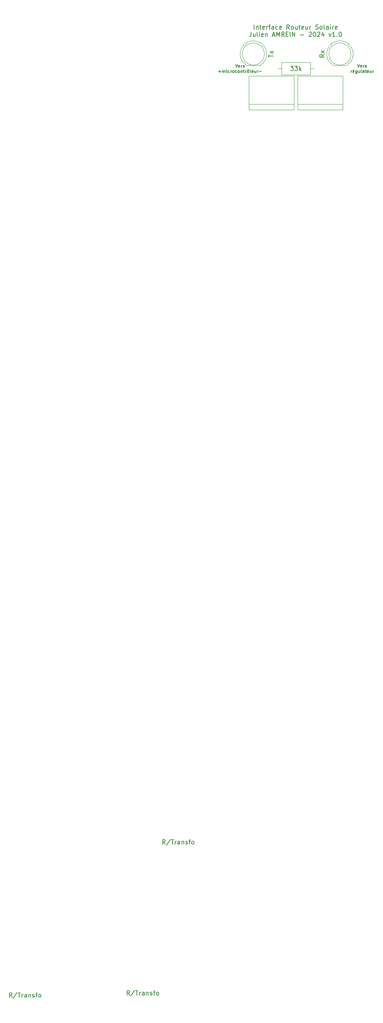
<source format=gto>
G04 #@! TF.GenerationSoftware,KiCad,Pcbnew,5.0.2+dfsg1-1+deb10u1*
G04 #@! TF.CreationDate,2023-11-21T23:16:01+01:00*
G04 #@! TF.ProjectId,Carte _lectronique pilotage variateur,43617274-6520-4e96-9c65-6374726f6e69,rev?*
G04 #@! TF.SameCoordinates,Original*
G04 #@! TF.FileFunction,Legend,Top*
G04 #@! TF.FilePolarity,Positive*
%FSLAX46Y46*%
G04 Gerber Fmt 4.6, Leading zero omitted, Abs format (unit mm)*
G04 Created by KiCad (PCBNEW 5.0.2+dfsg1-1+deb10u1) date mar. 21 nov. 2023 23:16:01 CET*
%MOMM*%
%LPD*%
G01*
G04 APERTURE LIST*
%ADD10C,0.150000*%
%ADD11C,0.120000*%
G04 APERTURE END LIST*
D10*
X185466666Y-92516666D02*
X185700000Y-93216666D01*
X185933333Y-92516666D01*
X186433333Y-93183333D02*
X186366666Y-93216666D01*
X186233333Y-93216666D01*
X186166666Y-93183333D01*
X186133333Y-93116666D01*
X186133333Y-92850000D01*
X186166666Y-92783333D01*
X186233333Y-92750000D01*
X186366666Y-92750000D01*
X186433333Y-92783333D01*
X186466666Y-92850000D01*
X186466666Y-92916666D01*
X186133333Y-92983333D01*
X186766666Y-93216666D02*
X186766666Y-92750000D01*
X186766666Y-92883333D02*
X186800000Y-92816666D01*
X186833333Y-92783333D01*
X186900000Y-92750000D01*
X186966666Y-92750000D01*
X187166666Y-93183333D02*
X187233333Y-93216666D01*
X187366666Y-93216666D01*
X187433333Y-93183333D01*
X187466666Y-93116666D01*
X187466666Y-93083333D01*
X187433333Y-93016666D01*
X187366666Y-92983333D01*
X187266666Y-92983333D01*
X187200000Y-92950000D01*
X187166666Y-92883333D01*
X187166666Y-92850000D01*
X187200000Y-92783333D01*
X187266666Y-92750000D01*
X187366666Y-92750000D01*
X187433333Y-92783333D01*
X183983333Y-94416666D02*
X183983333Y-93950000D01*
X183983333Y-94083333D02*
X184016666Y-94016666D01*
X184050000Y-93983333D01*
X184116666Y-93950000D01*
X184183333Y-93950000D01*
X184683333Y-94383333D02*
X184616666Y-94416666D01*
X184483333Y-94416666D01*
X184416666Y-94383333D01*
X184383333Y-94316666D01*
X184383333Y-94050000D01*
X184416666Y-93983333D01*
X184483333Y-93950000D01*
X184616666Y-93950000D01*
X184683333Y-93983333D01*
X184716666Y-94050000D01*
X184716666Y-94116666D01*
X184383333Y-94183333D01*
X184616666Y-93683333D02*
X184516666Y-93783333D01*
X185316666Y-93950000D02*
X185316666Y-94516666D01*
X185283333Y-94583333D01*
X185250000Y-94616666D01*
X185183333Y-94650000D01*
X185083333Y-94650000D01*
X185016666Y-94616666D01*
X185316666Y-94383333D02*
X185250000Y-94416666D01*
X185116666Y-94416666D01*
X185050000Y-94383333D01*
X185016666Y-94350000D01*
X184983333Y-94283333D01*
X184983333Y-94083333D01*
X185016666Y-94016666D01*
X185050000Y-93983333D01*
X185116666Y-93950000D01*
X185250000Y-93950000D01*
X185316666Y-93983333D01*
X185950000Y-93950000D02*
X185950000Y-94416666D01*
X185650000Y-93950000D02*
X185650000Y-94316666D01*
X185683333Y-94383333D01*
X185750000Y-94416666D01*
X185850000Y-94416666D01*
X185916666Y-94383333D01*
X185950000Y-94350000D01*
X186383333Y-94416666D02*
X186316666Y-94383333D01*
X186283333Y-94316666D01*
X186283333Y-93716666D01*
X186950000Y-94416666D02*
X186950000Y-94050000D01*
X186916666Y-93983333D01*
X186850000Y-93950000D01*
X186716666Y-93950000D01*
X186650000Y-93983333D01*
X186950000Y-94383333D02*
X186883333Y-94416666D01*
X186716666Y-94416666D01*
X186650000Y-94383333D01*
X186616666Y-94316666D01*
X186616666Y-94250000D01*
X186650000Y-94183333D01*
X186716666Y-94150000D01*
X186883333Y-94150000D01*
X186950000Y-94116666D01*
X187183333Y-93950000D02*
X187450000Y-93950000D01*
X187283333Y-93716666D02*
X187283333Y-94316666D01*
X187316666Y-94383333D01*
X187383333Y-94416666D01*
X187450000Y-94416666D01*
X187950000Y-94383333D02*
X187883333Y-94416666D01*
X187750000Y-94416666D01*
X187683333Y-94383333D01*
X187650000Y-94316666D01*
X187650000Y-94050000D01*
X187683333Y-93983333D01*
X187750000Y-93950000D01*
X187883333Y-93950000D01*
X187950000Y-93983333D01*
X187983333Y-94050000D01*
X187983333Y-94116666D01*
X187650000Y-94183333D01*
X188583333Y-93950000D02*
X188583333Y-94416666D01*
X188283333Y-93950000D02*
X188283333Y-94316666D01*
X188316666Y-94383333D01*
X188383333Y-94416666D01*
X188483333Y-94416666D01*
X188550000Y-94383333D01*
X188583333Y-94350000D01*
X188916666Y-94416666D02*
X188916666Y-93950000D01*
X188916666Y-94083333D02*
X188950000Y-94016666D01*
X188983333Y-93983333D01*
X189050000Y-93950000D01*
X189116666Y-93950000D01*
X157966666Y-92516666D02*
X158200000Y-93216666D01*
X158433333Y-92516666D01*
X158933333Y-93183333D02*
X158866666Y-93216666D01*
X158733333Y-93216666D01*
X158666666Y-93183333D01*
X158633333Y-93116666D01*
X158633333Y-92850000D01*
X158666666Y-92783333D01*
X158733333Y-92750000D01*
X158866666Y-92750000D01*
X158933333Y-92783333D01*
X158966666Y-92850000D01*
X158966666Y-92916666D01*
X158633333Y-92983333D01*
X159266666Y-93216666D02*
X159266666Y-92750000D01*
X159266666Y-92883333D02*
X159300000Y-92816666D01*
X159333333Y-92783333D01*
X159400000Y-92750000D01*
X159466666Y-92750000D01*
X159666666Y-93183333D02*
X159733333Y-93216666D01*
X159866666Y-93216666D01*
X159933333Y-93183333D01*
X159966666Y-93116666D01*
X159966666Y-93083333D01*
X159933333Y-93016666D01*
X159866666Y-92983333D01*
X159766666Y-92983333D01*
X159700000Y-92950000D01*
X159666666Y-92883333D01*
X159666666Y-92850000D01*
X159700000Y-92783333D01*
X159766666Y-92750000D01*
X159866666Y-92750000D01*
X159933333Y-92783333D01*
X154150000Y-94150000D02*
X154683333Y-94150000D01*
X154416666Y-94416666D02*
X154416666Y-93883333D01*
X155016666Y-94416666D02*
X155016666Y-93950000D01*
X155016666Y-94016666D02*
X155050000Y-93983333D01*
X155116666Y-93950000D01*
X155216666Y-93950000D01*
X155283333Y-93983333D01*
X155316666Y-94050000D01*
X155316666Y-94416666D01*
X155316666Y-94050000D02*
X155350000Y-93983333D01*
X155416666Y-93950000D01*
X155516666Y-93950000D01*
X155583333Y-93983333D01*
X155616666Y-94050000D01*
X155616666Y-94416666D01*
X155950000Y-94416666D02*
X155950000Y-93950000D01*
X155950000Y-93716666D02*
X155916666Y-93750000D01*
X155950000Y-93783333D01*
X155983333Y-93750000D01*
X155950000Y-93716666D01*
X155950000Y-93783333D01*
X156583333Y-94383333D02*
X156516666Y-94416666D01*
X156383333Y-94416666D01*
X156316666Y-94383333D01*
X156283333Y-94350000D01*
X156250000Y-94283333D01*
X156250000Y-94083333D01*
X156283333Y-94016666D01*
X156316666Y-93983333D01*
X156383333Y-93950000D01*
X156516666Y-93950000D01*
X156583333Y-93983333D01*
X156883333Y-94416666D02*
X156883333Y-93950000D01*
X156883333Y-94083333D02*
X156916666Y-94016666D01*
X156950000Y-93983333D01*
X157016666Y-93950000D01*
X157083333Y-93950000D01*
X157416666Y-94416666D02*
X157350000Y-94383333D01*
X157316666Y-94350000D01*
X157283333Y-94283333D01*
X157283333Y-94083333D01*
X157316666Y-94016666D01*
X157350000Y-93983333D01*
X157416666Y-93950000D01*
X157516666Y-93950000D01*
X157583333Y-93983333D01*
X157616666Y-94016666D01*
X157650000Y-94083333D01*
X157650000Y-94283333D01*
X157616666Y-94350000D01*
X157583333Y-94383333D01*
X157516666Y-94416666D01*
X157416666Y-94416666D01*
X158250000Y-94383333D02*
X158183333Y-94416666D01*
X158050000Y-94416666D01*
X157983333Y-94383333D01*
X157950000Y-94350000D01*
X157916666Y-94283333D01*
X157916666Y-94083333D01*
X157950000Y-94016666D01*
X157983333Y-93983333D01*
X158050000Y-93950000D01*
X158183333Y-93950000D01*
X158250000Y-93983333D01*
X158650000Y-94416666D02*
X158583333Y-94383333D01*
X158550000Y-94350000D01*
X158516666Y-94283333D01*
X158516666Y-94083333D01*
X158550000Y-94016666D01*
X158583333Y-93983333D01*
X158650000Y-93950000D01*
X158750000Y-93950000D01*
X158816666Y-93983333D01*
X158850000Y-94016666D01*
X158883333Y-94083333D01*
X158883333Y-94283333D01*
X158850000Y-94350000D01*
X158816666Y-94383333D01*
X158750000Y-94416666D01*
X158650000Y-94416666D01*
X159183333Y-93950000D02*
X159183333Y-94416666D01*
X159183333Y-94016666D02*
X159216666Y-93983333D01*
X159283333Y-93950000D01*
X159383333Y-93950000D01*
X159450000Y-93983333D01*
X159483333Y-94050000D01*
X159483333Y-94416666D01*
X159716666Y-93950000D02*
X159983333Y-93950000D01*
X159816666Y-93716666D02*
X159816666Y-94316666D01*
X159850000Y-94383333D01*
X159916666Y-94416666D01*
X159983333Y-94416666D01*
X160216666Y-94416666D02*
X160216666Y-93950000D01*
X160216666Y-94083333D02*
X160250000Y-94016666D01*
X160283333Y-93983333D01*
X160350000Y-93950000D01*
X160416666Y-93950000D01*
X160750000Y-94416666D02*
X160683333Y-94383333D01*
X160650000Y-94350000D01*
X160616666Y-94283333D01*
X160616666Y-94083333D01*
X160650000Y-94016666D01*
X160683333Y-93983333D01*
X160750000Y-93950000D01*
X160850000Y-93950000D01*
X160916666Y-93983333D01*
X160950000Y-94016666D01*
X160983333Y-94083333D01*
X160983333Y-94283333D01*
X160950000Y-94350000D01*
X160916666Y-94383333D01*
X160850000Y-94416666D01*
X160750000Y-94416666D01*
X160683333Y-93783333D02*
X160816666Y-93683333D01*
X160950000Y-93783333D01*
X161383333Y-94416666D02*
X161316666Y-94383333D01*
X161283333Y-94316666D01*
X161283333Y-93716666D01*
X161916666Y-94383333D02*
X161850000Y-94416666D01*
X161716666Y-94416666D01*
X161650000Y-94383333D01*
X161616666Y-94316666D01*
X161616666Y-94050000D01*
X161650000Y-93983333D01*
X161716666Y-93950000D01*
X161850000Y-93950000D01*
X161916666Y-93983333D01*
X161950000Y-94050000D01*
X161950000Y-94116666D01*
X161616666Y-94183333D01*
X162550000Y-93950000D02*
X162550000Y-94416666D01*
X162250000Y-93950000D02*
X162250000Y-94316666D01*
X162283333Y-94383333D01*
X162350000Y-94416666D01*
X162450000Y-94416666D01*
X162516666Y-94383333D01*
X162550000Y-94350000D01*
X162883333Y-94416666D02*
X162883333Y-93950000D01*
X162883333Y-94083333D02*
X162916666Y-94016666D01*
X162950000Y-93983333D01*
X163016666Y-93950000D01*
X163083333Y-93950000D01*
X163316666Y-94150000D02*
X163850000Y-94150000D01*
X162166666Y-84627380D02*
X162166666Y-83627380D01*
X162642857Y-83960714D02*
X162642857Y-84627380D01*
X162642857Y-84055952D02*
X162690476Y-84008333D01*
X162785714Y-83960714D01*
X162928571Y-83960714D01*
X163023809Y-84008333D01*
X163071428Y-84103571D01*
X163071428Y-84627380D01*
X163404761Y-83960714D02*
X163785714Y-83960714D01*
X163547619Y-83627380D02*
X163547619Y-84484523D01*
X163595238Y-84579761D01*
X163690476Y-84627380D01*
X163785714Y-84627380D01*
X164500000Y-84579761D02*
X164404761Y-84627380D01*
X164214285Y-84627380D01*
X164119047Y-84579761D01*
X164071428Y-84484523D01*
X164071428Y-84103571D01*
X164119047Y-84008333D01*
X164214285Y-83960714D01*
X164404761Y-83960714D01*
X164500000Y-84008333D01*
X164547619Y-84103571D01*
X164547619Y-84198809D01*
X164071428Y-84294047D01*
X164976190Y-84627380D02*
X164976190Y-83960714D01*
X164976190Y-84151190D02*
X165023809Y-84055952D01*
X165071428Y-84008333D01*
X165166666Y-83960714D01*
X165261904Y-83960714D01*
X165452380Y-83960714D02*
X165833333Y-83960714D01*
X165595238Y-84627380D02*
X165595238Y-83770238D01*
X165642857Y-83675000D01*
X165738095Y-83627380D01*
X165833333Y-83627380D01*
X166595238Y-84627380D02*
X166595238Y-84103571D01*
X166547619Y-84008333D01*
X166452380Y-83960714D01*
X166261904Y-83960714D01*
X166166666Y-84008333D01*
X166595238Y-84579761D02*
X166500000Y-84627380D01*
X166261904Y-84627380D01*
X166166666Y-84579761D01*
X166119047Y-84484523D01*
X166119047Y-84389285D01*
X166166666Y-84294047D01*
X166261904Y-84246428D01*
X166500000Y-84246428D01*
X166595238Y-84198809D01*
X167500000Y-84579761D02*
X167404761Y-84627380D01*
X167214285Y-84627380D01*
X167119047Y-84579761D01*
X167071428Y-84532142D01*
X167023809Y-84436904D01*
X167023809Y-84151190D01*
X167071428Y-84055952D01*
X167119047Y-84008333D01*
X167214285Y-83960714D01*
X167404761Y-83960714D01*
X167500000Y-84008333D01*
X168309523Y-84579761D02*
X168214285Y-84627380D01*
X168023809Y-84627380D01*
X167928571Y-84579761D01*
X167880952Y-84484523D01*
X167880952Y-84103571D01*
X167928571Y-84008333D01*
X168023809Y-83960714D01*
X168214285Y-83960714D01*
X168309523Y-84008333D01*
X168357142Y-84103571D01*
X168357142Y-84198809D01*
X167880952Y-84294047D01*
X170119047Y-84627380D02*
X169785714Y-84151190D01*
X169547619Y-84627380D02*
X169547619Y-83627380D01*
X169928571Y-83627380D01*
X170023809Y-83675000D01*
X170071428Y-83722619D01*
X170119047Y-83817857D01*
X170119047Y-83960714D01*
X170071428Y-84055952D01*
X170023809Y-84103571D01*
X169928571Y-84151190D01*
X169547619Y-84151190D01*
X170690476Y-84627380D02*
X170595238Y-84579761D01*
X170547619Y-84532142D01*
X170500000Y-84436904D01*
X170500000Y-84151190D01*
X170547619Y-84055952D01*
X170595238Y-84008333D01*
X170690476Y-83960714D01*
X170833333Y-83960714D01*
X170928571Y-84008333D01*
X170976190Y-84055952D01*
X171023809Y-84151190D01*
X171023809Y-84436904D01*
X170976190Y-84532142D01*
X170928571Y-84579761D01*
X170833333Y-84627380D01*
X170690476Y-84627380D01*
X171880952Y-83960714D02*
X171880952Y-84627380D01*
X171452380Y-83960714D02*
X171452380Y-84484523D01*
X171500000Y-84579761D01*
X171595238Y-84627380D01*
X171738095Y-84627380D01*
X171833333Y-84579761D01*
X171880952Y-84532142D01*
X172214285Y-83960714D02*
X172595238Y-83960714D01*
X172357142Y-83627380D02*
X172357142Y-84484523D01*
X172404761Y-84579761D01*
X172500000Y-84627380D01*
X172595238Y-84627380D01*
X173309523Y-84579761D02*
X173214285Y-84627380D01*
X173023809Y-84627380D01*
X172928571Y-84579761D01*
X172880952Y-84484523D01*
X172880952Y-84103571D01*
X172928571Y-84008333D01*
X173023809Y-83960714D01*
X173214285Y-83960714D01*
X173309523Y-84008333D01*
X173357142Y-84103571D01*
X173357142Y-84198809D01*
X172880952Y-84294047D01*
X174214285Y-83960714D02*
X174214285Y-84627380D01*
X173785714Y-83960714D02*
X173785714Y-84484523D01*
X173833333Y-84579761D01*
X173928571Y-84627380D01*
X174071428Y-84627380D01*
X174166666Y-84579761D01*
X174214285Y-84532142D01*
X174690476Y-84627380D02*
X174690476Y-83960714D01*
X174690476Y-84151190D02*
X174738095Y-84055952D01*
X174785714Y-84008333D01*
X174880952Y-83960714D01*
X174976190Y-83960714D01*
X176023809Y-84579761D02*
X176166666Y-84627380D01*
X176404761Y-84627380D01*
X176500000Y-84579761D01*
X176547619Y-84532142D01*
X176595238Y-84436904D01*
X176595238Y-84341666D01*
X176547619Y-84246428D01*
X176500000Y-84198809D01*
X176404761Y-84151190D01*
X176214285Y-84103571D01*
X176119047Y-84055952D01*
X176071428Y-84008333D01*
X176023809Y-83913095D01*
X176023809Y-83817857D01*
X176071428Y-83722619D01*
X176119047Y-83675000D01*
X176214285Y-83627380D01*
X176452380Y-83627380D01*
X176595238Y-83675000D01*
X177166666Y-84627380D02*
X177071428Y-84579761D01*
X177023809Y-84532142D01*
X176976190Y-84436904D01*
X176976190Y-84151190D01*
X177023809Y-84055952D01*
X177071428Y-84008333D01*
X177166666Y-83960714D01*
X177309523Y-83960714D01*
X177404761Y-84008333D01*
X177452380Y-84055952D01*
X177500000Y-84151190D01*
X177500000Y-84436904D01*
X177452380Y-84532142D01*
X177404761Y-84579761D01*
X177309523Y-84627380D01*
X177166666Y-84627380D01*
X178071428Y-84627380D02*
X177976190Y-84579761D01*
X177928571Y-84484523D01*
X177928571Y-83627380D01*
X178880952Y-84627380D02*
X178880952Y-84103571D01*
X178833333Y-84008333D01*
X178738095Y-83960714D01*
X178547619Y-83960714D01*
X178452380Y-84008333D01*
X178880952Y-84579761D02*
X178785714Y-84627380D01*
X178547619Y-84627380D01*
X178452380Y-84579761D01*
X178404761Y-84484523D01*
X178404761Y-84389285D01*
X178452380Y-84294047D01*
X178547619Y-84246428D01*
X178785714Y-84246428D01*
X178880952Y-84198809D01*
X179357142Y-84627380D02*
X179357142Y-83960714D01*
X179357142Y-83627380D02*
X179309523Y-83675000D01*
X179357142Y-83722619D01*
X179404761Y-83675000D01*
X179357142Y-83627380D01*
X179357142Y-83722619D01*
X179833333Y-84627380D02*
X179833333Y-83960714D01*
X179833333Y-84151190D02*
X179880952Y-84055952D01*
X179928571Y-84008333D01*
X180023809Y-83960714D01*
X180119047Y-83960714D01*
X180833333Y-84579761D02*
X180738095Y-84627380D01*
X180547619Y-84627380D01*
X180452380Y-84579761D01*
X180404761Y-84484523D01*
X180404761Y-84103571D01*
X180452380Y-84008333D01*
X180547619Y-83960714D01*
X180738095Y-83960714D01*
X180833333Y-84008333D01*
X180880952Y-84103571D01*
X180880952Y-84198809D01*
X180404761Y-84294047D01*
X161476190Y-85277380D02*
X161476190Y-85991666D01*
X161428571Y-86134523D01*
X161333333Y-86229761D01*
X161190476Y-86277380D01*
X161095238Y-86277380D01*
X162380952Y-85610714D02*
X162380952Y-86277380D01*
X161952380Y-85610714D02*
X161952380Y-86134523D01*
X162000000Y-86229761D01*
X162095238Y-86277380D01*
X162238095Y-86277380D01*
X162333333Y-86229761D01*
X162380952Y-86182142D01*
X163000000Y-86277380D02*
X162904761Y-86229761D01*
X162857142Y-86134523D01*
X162857142Y-85277380D01*
X163380952Y-86277380D02*
X163380952Y-85610714D01*
X163380952Y-85277380D02*
X163333333Y-85325000D01*
X163380952Y-85372619D01*
X163428571Y-85325000D01*
X163380952Y-85277380D01*
X163380952Y-85372619D01*
X164238095Y-86229761D02*
X164142857Y-86277380D01*
X163952380Y-86277380D01*
X163857142Y-86229761D01*
X163809523Y-86134523D01*
X163809523Y-85753571D01*
X163857142Y-85658333D01*
X163952380Y-85610714D01*
X164142857Y-85610714D01*
X164238095Y-85658333D01*
X164285714Y-85753571D01*
X164285714Y-85848809D01*
X163809523Y-85944047D01*
X164714285Y-85610714D02*
X164714285Y-86277380D01*
X164714285Y-85705952D02*
X164761904Y-85658333D01*
X164857142Y-85610714D01*
X165000000Y-85610714D01*
X165095238Y-85658333D01*
X165142857Y-85753571D01*
X165142857Y-86277380D01*
X166333333Y-85991666D02*
X166809523Y-85991666D01*
X166238095Y-86277380D02*
X166571428Y-85277380D01*
X166904761Y-86277380D01*
X167238095Y-86277380D02*
X167238095Y-85277380D01*
X167571428Y-85991666D01*
X167904761Y-85277380D01*
X167904761Y-86277380D01*
X168952380Y-86277380D02*
X168619047Y-85801190D01*
X168380952Y-86277380D02*
X168380952Y-85277380D01*
X168761904Y-85277380D01*
X168857142Y-85325000D01*
X168904761Y-85372619D01*
X168952380Y-85467857D01*
X168952380Y-85610714D01*
X168904761Y-85705952D01*
X168857142Y-85753571D01*
X168761904Y-85801190D01*
X168380952Y-85801190D01*
X169380952Y-85753571D02*
X169714285Y-85753571D01*
X169857142Y-86277380D02*
X169380952Y-86277380D01*
X169380952Y-85277380D01*
X169857142Y-85277380D01*
X170285714Y-86277380D02*
X170285714Y-85277380D01*
X170761904Y-86277380D02*
X170761904Y-85277380D01*
X171333333Y-86277380D01*
X171333333Y-85277380D01*
X172571428Y-85896428D02*
X173333333Y-85896428D01*
X174523809Y-85372619D02*
X174571428Y-85325000D01*
X174666666Y-85277380D01*
X174904761Y-85277380D01*
X175000000Y-85325000D01*
X175047619Y-85372619D01*
X175095238Y-85467857D01*
X175095238Y-85563095D01*
X175047619Y-85705952D01*
X174476190Y-86277380D01*
X175095238Y-86277380D01*
X175714285Y-85277380D02*
X175809523Y-85277380D01*
X175904761Y-85325000D01*
X175952380Y-85372619D01*
X176000000Y-85467857D01*
X176047619Y-85658333D01*
X176047619Y-85896428D01*
X176000000Y-86086904D01*
X175952380Y-86182142D01*
X175904761Y-86229761D01*
X175809523Y-86277380D01*
X175714285Y-86277380D01*
X175619047Y-86229761D01*
X175571428Y-86182142D01*
X175523809Y-86086904D01*
X175476190Y-85896428D01*
X175476190Y-85658333D01*
X175523809Y-85467857D01*
X175571428Y-85372619D01*
X175619047Y-85325000D01*
X175714285Y-85277380D01*
X176428571Y-85372619D02*
X176476190Y-85325000D01*
X176571428Y-85277380D01*
X176809523Y-85277380D01*
X176904761Y-85325000D01*
X176952380Y-85372619D01*
X177000000Y-85467857D01*
X177000000Y-85563095D01*
X176952380Y-85705952D01*
X176380952Y-86277380D01*
X177000000Y-86277380D01*
X177857142Y-85610714D02*
X177857142Y-86277380D01*
X177619047Y-85229761D02*
X177380952Y-85944047D01*
X178000000Y-85944047D01*
X179047619Y-85610714D02*
X179285714Y-86277380D01*
X179523809Y-85610714D01*
X180428571Y-86277380D02*
X179857142Y-86277380D01*
X180142857Y-86277380D02*
X180142857Y-85277380D01*
X180047619Y-85420238D01*
X179952380Y-85515476D01*
X179857142Y-85563095D01*
X180857142Y-86182142D02*
X180904761Y-86229761D01*
X180857142Y-86277380D01*
X180809523Y-86229761D01*
X180857142Y-86182142D01*
X180857142Y-86277380D01*
X181523809Y-85277380D02*
X181619047Y-85277380D01*
X181714285Y-85325000D01*
X181761904Y-85372619D01*
X181809523Y-85467857D01*
X181857142Y-85658333D01*
X181857142Y-85896428D01*
X181809523Y-86086904D01*
X181761904Y-86182142D01*
X181714285Y-86229761D01*
X181619047Y-86277380D01*
X181523809Y-86277380D01*
X181428571Y-86229761D01*
X181380952Y-86182142D01*
X181333333Y-86086904D01*
X181285714Y-85896428D01*
X181285714Y-85658333D01*
X181333333Y-85467857D01*
X181380952Y-85372619D01*
X181428571Y-85325000D01*
X181523809Y-85277380D01*
D11*
G04 #@! TO.C,Rx*
X181500462Y-87240000D02*
G75*
G03X179955170Y-92790000I-462J-2990000D01*
G01*
X181499538Y-87240000D02*
G75*
G02X183044830Y-92790000I462J-2990000D01*
G01*
X184000000Y-90230000D02*
G75*
G03X184000000Y-90230000I-2500000J0D01*
G01*
X179955000Y-92790000D02*
X183045000Y-92790000D01*
G04 #@! TO.C,*
X160960000Y-102810000D02*
X171120000Y-102810000D01*
X160960000Y-95190000D02*
X160960000Y-102810000D01*
X171120000Y-95190000D02*
X160960000Y-95190000D01*
X171120000Y-102810000D02*
X171120000Y-95190000D01*
X171120000Y-101540000D02*
X160960000Y-101540000D01*
X182120000Y-101540000D02*
X171960000Y-101540000D01*
X182120000Y-102810000D02*
X182120000Y-95190000D01*
X182120000Y-95190000D02*
X171960000Y-95190000D01*
X171960000Y-95190000D02*
X171960000Y-102810000D01*
X171960000Y-102810000D02*
X182120000Y-102810000D01*
G04 #@! TO.C,33k*
X168310000Y-92130000D02*
X168310000Y-94870000D01*
X168310000Y-94870000D02*
X174850000Y-94870000D01*
X174850000Y-94870000D02*
X174850000Y-92130000D01*
X174850000Y-92130000D02*
X168310000Y-92130000D01*
X167540000Y-93500000D02*
X168310000Y-93500000D01*
X175620000Y-93500000D02*
X174850000Y-93500000D01*
G04 #@! TO.C,Tx*
X160455000Y-92790000D02*
X163545000Y-92790000D01*
X164500000Y-90230000D02*
G75*
G03X164500000Y-90230000I-2500000J0D01*
G01*
X161999538Y-87240000D02*
G75*
G02X163544830Y-92790000I462J-2990000D01*
G01*
X162000462Y-87240000D02*
G75*
G03X160455170Y-92790000I-462J-2990000D01*
G01*
G04 #@! TO.C,*
D10*
G04 #@! TO.C,Rx*
X177952380Y-90325238D02*
X177476190Y-90658571D01*
X177952380Y-90896666D02*
X176952380Y-90896666D01*
X176952380Y-90515714D01*
X177000000Y-90420476D01*
X177047619Y-90372857D01*
X177142857Y-90325238D01*
X177285714Y-90325238D01*
X177380952Y-90372857D01*
X177428571Y-90420476D01*
X177476190Y-90515714D01*
X177476190Y-90896666D01*
X177952380Y-89991904D02*
X177285714Y-89468095D01*
X177285714Y-89991904D02*
X177952380Y-89468095D01*
G04 #@! TO.C,*
G04 #@! TO.C,33k*
X170365714Y-92952380D02*
X170984761Y-92952380D01*
X170651428Y-93333333D01*
X170794285Y-93333333D01*
X170889523Y-93380952D01*
X170937142Y-93428571D01*
X170984761Y-93523809D01*
X170984761Y-93761904D01*
X170937142Y-93857142D01*
X170889523Y-93904761D01*
X170794285Y-93952380D01*
X170508571Y-93952380D01*
X170413333Y-93904761D01*
X170365714Y-93857142D01*
X171318095Y-92952380D02*
X171937142Y-92952380D01*
X171603809Y-93333333D01*
X171746666Y-93333333D01*
X171841904Y-93380952D01*
X171889523Y-93428571D01*
X171937142Y-93523809D01*
X171937142Y-93761904D01*
X171889523Y-93857142D01*
X171841904Y-93904761D01*
X171746666Y-93952380D01*
X171460952Y-93952380D01*
X171365714Y-93904761D01*
X171318095Y-93857142D01*
X172365714Y-93952380D02*
X172365714Y-92952380D01*
X172460952Y-93571428D02*
X172746666Y-93952380D01*
X172746666Y-93285714D02*
X172365714Y-93666666D01*
G04 #@! TO.C,*
X134124606Y-302219414D02*
X133791272Y-301743224D01*
X133553177Y-302219414D02*
X133553177Y-301219414D01*
X133934129Y-301219414D01*
X134029367Y-301267034D01*
X134076987Y-301314653D01*
X134124606Y-301409891D01*
X134124606Y-301552748D01*
X134076987Y-301647986D01*
X134029367Y-301695605D01*
X133934129Y-301743224D01*
X133553177Y-301743224D01*
X135267463Y-301171795D02*
X134410320Y-302457510D01*
X135457939Y-301219414D02*
X136029367Y-301219414D01*
X135743653Y-302219414D02*
X135743653Y-301219414D01*
X136362701Y-302219414D02*
X136362701Y-301552748D01*
X136362701Y-301743224D02*
X136410320Y-301647986D01*
X136457939Y-301600367D01*
X136553177Y-301552748D01*
X136648415Y-301552748D01*
X137410320Y-302219414D02*
X137410320Y-301695605D01*
X137362701Y-301600367D01*
X137267463Y-301552748D01*
X137076987Y-301552748D01*
X136981748Y-301600367D01*
X137410320Y-302171795D02*
X137315082Y-302219414D01*
X137076987Y-302219414D01*
X136981748Y-302171795D01*
X136934129Y-302076557D01*
X136934129Y-301981319D01*
X136981748Y-301886081D01*
X137076987Y-301838462D01*
X137315082Y-301838462D01*
X137410320Y-301790843D01*
X137886510Y-301552748D02*
X137886510Y-302219414D01*
X137886510Y-301647986D02*
X137934129Y-301600367D01*
X138029367Y-301552748D01*
X138172225Y-301552748D01*
X138267463Y-301600367D01*
X138315082Y-301695605D01*
X138315082Y-302219414D01*
X138743653Y-302171795D02*
X138838891Y-302219414D01*
X139029367Y-302219414D01*
X139124606Y-302171795D01*
X139172225Y-302076557D01*
X139172225Y-302028938D01*
X139124606Y-301933700D01*
X139029367Y-301886081D01*
X138886510Y-301886081D01*
X138791272Y-301838462D01*
X138743653Y-301743224D01*
X138743653Y-301695605D01*
X138791272Y-301600367D01*
X138886510Y-301552748D01*
X139029367Y-301552748D01*
X139124606Y-301600367D01*
X139457939Y-301552748D02*
X139838891Y-301552748D01*
X139600796Y-302219414D02*
X139600796Y-301362272D01*
X139648415Y-301267034D01*
X139743653Y-301219414D01*
X139838891Y-301219414D01*
X140315082Y-302219414D02*
X140219844Y-302171795D01*
X140172225Y-302124176D01*
X140124606Y-302028938D01*
X140124606Y-301743224D01*
X140172225Y-301647986D01*
X140219844Y-301600367D01*
X140315082Y-301552748D01*
X140457939Y-301552748D01*
X140553177Y-301600367D01*
X140600796Y-301647986D01*
X140648415Y-301743224D01*
X140648415Y-302028938D01*
X140600796Y-302124176D01*
X140553177Y-302171795D01*
X140457939Y-302219414D01*
X140315082Y-302219414D01*
X107624606Y-302719414D02*
X107291272Y-302243224D01*
X107053177Y-302719414D02*
X107053177Y-301719414D01*
X107434129Y-301719414D01*
X107529367Y-301767034D01*
X107576987Y-301814653D01*
X107624606Y-301909891D01*
X107624606Y-302052748D01*
X107576987Y-302147986D01*
X107529367Y-302195605D01*
X107434129Y-302243224D01*
X107053177Y-302243224D01*
X108767463Y-301671795D02*
X107910320Y-302957510D01*
X108957939Y-301719414D02*
X109529367Y-301719414D01*
X109243653Y-302719414D02*
X109243653Y-301719414D01*
X109862701Y-302719414D02*
X109862701Y-302052748D01*
X109862701Y-302243224D02*
X109910320Y-302147986D01*
X109957939Y-302100367D01*
X110053177Y-302052748D01*
X110148415Y-302052748D01*
X110910320Y-302719414D02*
X110910320Y-302195605D01*
X110862701Y-302100367D01*
X110767463Y-302052748D01*
X110576987Y-302052748D01*
X110481748Y-302100367D01*
X110910320Y-302671795D02*
X110815082Y-302719414D01*
X110576987Y-302719414D01*
X110481748Y-302671795D01*
X110434129Y-302576557D01*
X110434129Y-302481319D01*
X110481748Y-302386081D01*
X110576987Y-302338462D01*
X110815082Y-302338462D01*
X110910320Y-302290843D01*
X111386510Y-302052748D02*
X111386510Y-302719414D01*
X111386510Y-302147986D02*
X111434129Y-302100367D01*
X111529367Y-302052748D01*
X111672225Y-302052748D01*
X111767463Y-302100367D01*
X111815082Y-302195605D01*
X111815082Y-302719414D01*
X112243653Y-302671795D02*
X112338891Y-302719414D01*
X112529367Y-302719414D01*
X112624606Y-302671795D01*
X112672225Y-302576557D01*
X112672225Y-302528938D01*
X112624606Y-302433700D01*
X112529367Y-302386081D01*
X112386510Y-302386081D01*
X112291272Y-302338462D01*
X112243653Y-302243224D01*
X112243653Y-302195605D01*
X112291272Y-302100367D01*
X112386510Y-302052748D01*
X112529367Y-302052748D01*
X112624606Y-302100367D01*
X112957939Y-302052748D02*
X113338891Y-302052748D01*
X113100796Y-302719414D02*
X113100796Y-301862272D01*
X113148415Y-301767034D01*
X113243653Y-301719414D01*
X113338891Y-301719414D01*
X113815082Y-302719414D02*
X113719844Y-302671795D01*
X113672225Y-302624176D01*
X113624606Y-302528938D01*
X113624606Y-302243224D01*
X113672225Y-302147986D01*
X113719844Y-302100367D01*
X113815082Y-302052748D01*
X113957939Y-302052748D01*
X114053177Y-302100367D01*
X114100796Y-302147986D01*
X114148415Y-302243224D01*
X114148415Y-302528938D01*
X114100796Y-302624176D01*
X114053177Y-302671795D01*
X113957939Y-302719414D01*
X113815082Y-302719414D01*
X142124606Y-268219414D02*
X141791272Y-267743224D01*
X141553177Y-268219414D02*
X141553177Y-267219414D01*
X141934129Y-267219414D01*
X142029367Y-267267034D01*
X142076987Y-267314653D01*
X142124606Y-267409891D01*
X142124606Y-267552748D01*
X142076987Y-267647986D01*
X142029367Y-267695605D01*
X141934129Y-267743224D01*
X141553177Y-267743224D01*
X143267463Y-267171795D02*
X142410320Y-268457510D01*
X143457939Y-267219414D02*
X144029367Y-267219414D01*
X143743653Y-268219414D02*
X143743653Y-267219414D01*
X144362701Y-268219414D02*
X144362701Y-267552748D01*
X144362701Y-267743224D02*
X144410320Y-267647986D01*
X144457939Y-267600367D01*
X144553177Y-267552748D01*
X144648415Y-267552748D01*
X145410320Y-268219414D02*
X145410320Y-267695605D01*
X145362701Y-267600367D01*
X145267463Y-267552748D01*
X145076987Y-267552748D01*
X144981748Y-267600367D01*
X145410320Y-268171795D02*
X145315082Y-268219414D01*
X145076987Y-268219414D01*
X144981748Y-268171795D01*
X144934129Y-268076557D01*
X144934129Y-267981319D01*
X144981748Y-267886081D01*
X145076987Y-267838462D01*
X145315082Y-267838462D01*
X145410320Y-267790843D01*
X145886510Y-267552748D02*
X145886510Y-268219414D01*
X145886510Y-267647986D02*
X145934129Y-267600367D01*
X146029367Y-267552748D01*
X146172225Y-267552748D01*
X146267463Y-267600367D01*
X146315082Y-267695605D01*
X146315082Y-268219414D01*
X146743653Y-268171795D02*
X146838891Y-268219414D01*
X147029367Y-268219414D01*
X147124606Y-268171795D01*
X147172225Y-268076557D01*
X147172225Y-268028938D01*
X147124606Y-267933700D01*
X147029367Y-267886081D01*
X146886510Y-267886081D01*
X146791272Y-267838462D01*
X146743653Y-267743224D01*
X146743653Y-267695605D01*
X146791272Y-267600367D01*
X146886510Y-267552748D01*
X147029367Y-267552748D01*
X147124606Y-267600367D01*
X147457939Y-267552748D02*
X147838891Y-267552748D01*
X147600796Y-268219414D02*
X147600796Y-267362272D01*
X147648415Y-267267034D01*
X147743653Y-267219414D01*
X147838891Y-267219414D01*
X148315082Y-268219414D02*
X148219844Y-268171795D01*
X148172225Y-268124176D01*
X148124606Y-268028938D01*
X148124606Y-267743224D01*
X148172225Y-267647986D01*
X148219844Y-267600367D01*
X148315082Y-267552748D01*
X148457939Y-267552748D01*
X148553177Y-267600367D01*
X148600796Y-267647986D01*
X148648415Y-267743224D01*
X148648415Y-268028938D01*
X148600796Y-268124176D01*
X148553177Y-268171795D01*
X148457939Y-268219414D01*
X148315082Y-268219414D01*
G04 #@! TO.C,Tx*
X165452380Y-90920476D02*
X165452380Y-90349047D01*
X166452380Y-90634761D02*
X165452380Y-90634761D01*
X166452380Y-90110952D02*
X165785714Y-89587142D01*
X165785714Y-90110952D02*
X166452380Y-89587142D01*
G04 #@! TD*
M02*

</source>
